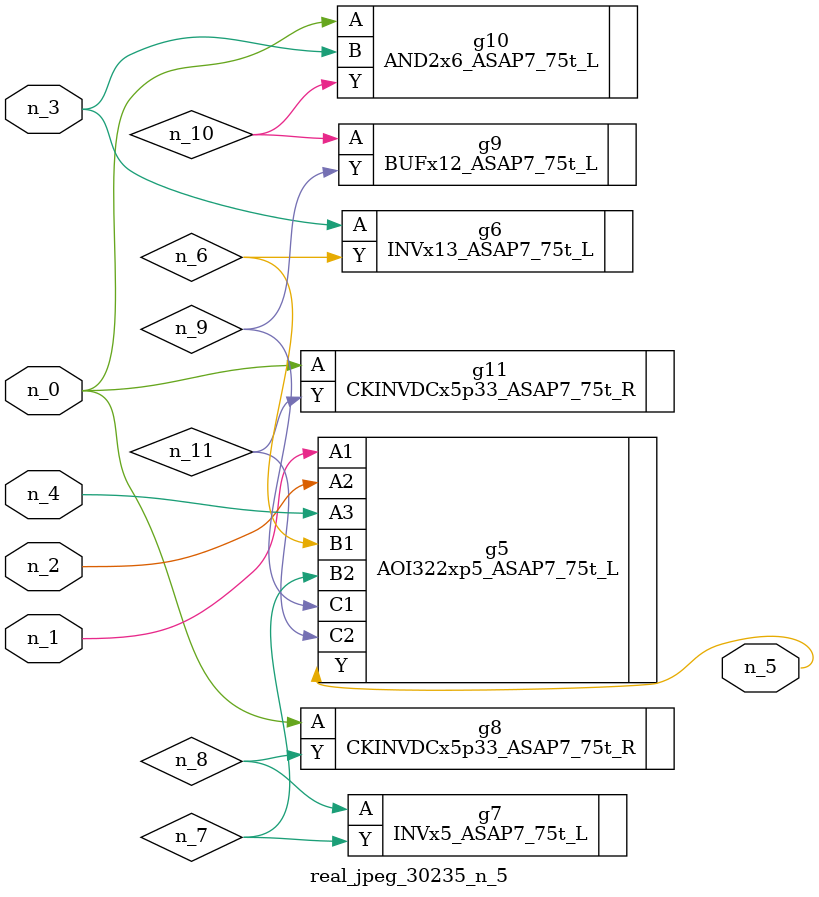
<source format=v>
module real_jpeg_30235_n_5 (n_4, n_0, n_1, n_2, n_3, n_5);

input n_4;
input n_0;
input n_1;
input n_2;
input n_3;

output n_5;

wire n_8;
wire n_11;
wire n_6;
wire n_7;
wire n_10;
wire n_9;

CKINVDCx5p33_ASAP7_75t_R g8 ( 
.A(n_0),
.Y(n_8)
);

AND2x6_ASAP7_75t_L g10 ( 
.A(n_0),
.B(n_3),
.Y(n_10)
);

CKINVDCx5p33_ASAP7_75t_R g11 ( 
.A(n_0),
.Y(n_11)
);

AOI322xp5_ASAP7_75t_L g5 ( 
.A1(n_1),
.A2(n_2),
.A3(n_4),
.B1(n_6),
.B2(n_7),
.C1(n_9),
.C2(n_11),
.Y(n_5)
);

INVx13_ASAP7_75t_L g6 ( 
.A(n_3),
.Y(n_6)
);

INVx5_ASAP7_75t_L g7 ( 
.A(n_8),
.Y(n_7)
);

BUFx12_ASAP7_75t_L g9 ( 
.A(n_10),
.Y(n_9)
);


endmodule
</source>
